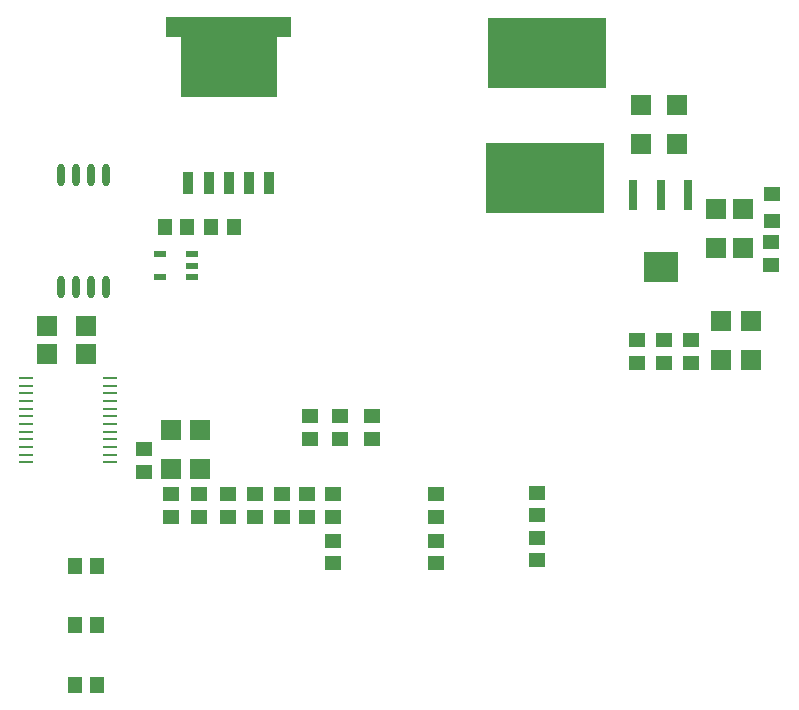
<source format=gtp>
G04*
G04 #@! TF.GenerationSoftware,Altium Limited,Altium Designer,23.10.1 (27)*
G04*
G04 Layer_Color=8421504*
%FSLAX25Y25*%
%MOIN*%
G70*
G04*
G04 #@! TF.SameCoordinates,35A5512B-BB22-45A0-ACD4-C44AAE3452D1*
G04*
G04*
G04 #@! TF.FilePolarity,Positive*
G04*
G01*
G75*
%ADD22R,0.06693X0.06693*%
%ADD23R,0.04724X0.05512*%
%ADD24R,0.05512X0.04724*%
%ADD25R,0.06693X0.06693*%
%ADD26R,0.04572X0.01066*%
%ADD27R,0.11811X0.10000*%
%ADD28R,0.02756X0.10000*%
%ADD29R,0.31995X0.26720*%
%ADD30R,0.03413X0.07704*%
%ADD31R,0.03937X0.02362*%
%ADD32O,0.02362X0.07480*%
%ADD33R,0.05500X0.05000*%
%ADD34R,0.39370X0.23622*%
G36*
X90246Y245374D02*
X85140D01*
Y238654D01*
X90246D01*
Y245374D01*
D02*
G37*
G36*
X126860D02*
X122148D01*
Y238654D01*
X126860D01*
Y245374D01*
D02*
G37*
D22*
X58496Y133000D02*
D03*
X45504D02*
D03*
Y142500D02*
D03*
X58496D02*
D03*
D23*
X54777Y42761D02*
D03*
X62257D02*
D03*
X54777Y62261D02*
D03*
X62257D02*
D03*
X54777Y22761D02*
D03*
X62257D02*
D03*
X92223Y175239D02*
D03*
X84742D02*
D03*
X107723D02*
D03*
X100242D02*
D03*
D24*
X153761Y112223D02*
D03*
Y104743D02*
D03*
X143261Y112223D02*
D03*
Y104743D02*
D03*
X133261Y112223D02*
D03*
Y104743D02*
D03*
X208739Y64277D02*
D03*
Y71758D02*
D03*
X140739Y63277D02*
D03*
Y70758D02*
D03*
Y78777D02*
D03*
Y86257D02*
D03*
X175239Y78777D02*
D03*
Y86257D02*
D03*
Y63277D02*
D03*
Y70758D02*
D03*
X123739Y78777D02*
D03*
Y86257D02*
D03*
X114739Y78777D02*
D03*
Y86257D02*
D03*
X105739Y78777D02*
D03*
Y86257D02*
D03*
X132239Y78777D02*
D03*
Y86257D02*
D03*
X208739Y79277D02*
D03*
Y86757D02*
D03*
X96261Y86223D02*
D03*
Y78742D02*
D03*
X86761Y86223D02*
D03*
Y78742D02*
D03*
X77739Y93777D02*
D03*
Y101258D02*
D03*
X259987Y130142D02*
D03*
Y137623D02*
D03*
X242239Y130167D02*
D03*
Y137647D02*
D03*
X286739Y162777D02*
D03*
Y170257D02*
D03*
X250987Y130142D02*
D03*
Y137623D02*
D03*
D25*
X96500Y94614D02*
D03*
Y107606D02*
D03*
X86642D02*
D03*
Y94614D02*
D03*
X277500Y181496D02*
D03*
Y168504D02*
D03*
X255500Y203004D02*
D03*
Y215996D02*
D03*
X243500D02*
D03*
Y203004D02*
D03*
X268500Y168504D02*
D03*
Y181496D02*
D03*
X270000Y131004D02*
D03*
Y143996D02*
D03*
X280000D02*
D03*
Y131004D02*
D03*
D26*
X66575Y125075D02*
D03*
Y122516D02*
D03*
Y119957D02*
D03*
Y117398D02*
D03*
Y114839D02*
D03*
Y112279D02*
D03*
Y109721D02*
D03*
Y107161D02*
D03*
Y104602D02*
D03*
Y102043D02*
D03*
Y99484D02*
D03*
Y96925D02*
D03*
X38425D02*
D03*
Y99484D02*
D03*
Y102043D02*
D03*
Y104602D02*
D03*
Y107161D02*
D03*
Y109721D02*
D03*
Y112279D02*
D03*
Y114839D02*
D03*
Y117398D02*
D03*
Y119957D02*
D03*
Y122516D02*
D03*
Y125075D02*
D03*
D27*
X250000Y162000D02*
D03*
D28*
X240945Y186000D02*
D03*
X259055D02*
D03*
X250000D02*
D03*
D29*
X106000Y232014D02*
D03*
D30*
X119386Y189986D02*
D03*
X112693D02*
D03*
X106020D02*
D03*
X99307D02*
D03*
X92614D02*
D03*
D31*
X93913Y158760D02*
D03*
Y162500D02*
D03*
Y166240D02*
D03*
X83087D02*
D03*
Y158760D02*
D03*
D32*
X65000Y192701D02*
D03*
X60000D02*
D03*
X55000D02*
D03*
X50000D02*
D03*
X65000Y155299D02*
D03*
X60000D02*
D03*
X55000D02*
D03*
X50000D02*
D03*
D33*
X287000Y177500D02*
D03*
Y186500D02*
D03*
D34*
X212000Y233500D02*
D03*
X211606Y191768D02*
D03*
M02*

</source>
